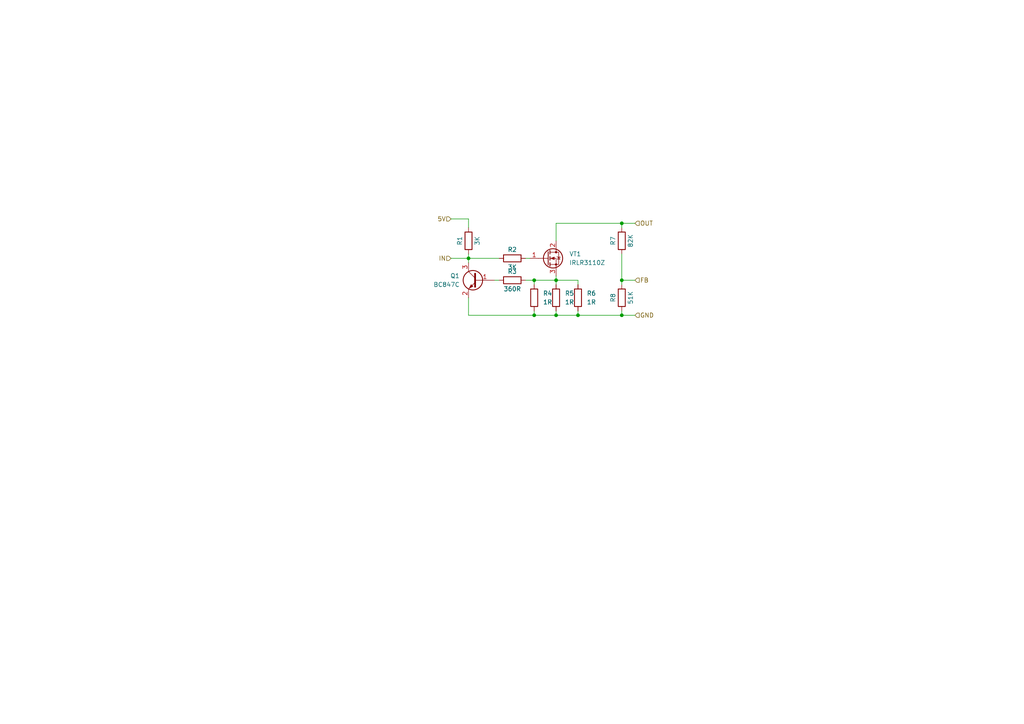
<source format=kicad_sch>
(kicad_sch (version 20211123) (generator eeschema)
  (paper "A4")
  (lib_symbols
    (symbol "Device:R" (pin_numbers hide) (pin_names (offset 0))
      (property "Reference" "R" (at 2.032 0 90))
      (property "Value" "R" (at 0 0 90))
      (symbol "R_0_1"
        (rectangle (start -1.016 -2.54) (end 1.016 2.54) (stroke (width 0.254)))
      )
      (symbol "R_1_1"
        (pin passive line (at 0 3.81 270) (length 1.27) (name "~") (number "1"))
        (pin passive line (at 0 -3.81 90) (length 1.27) (name "~") (number "2"))
      )
    )
    (symbol "Transistor_BJT:BC847" (pin_names (offset 0) hide)
      (property "Reference" "Q" (at 5.08 1.905 0))
      (property "Value" "BC847" (at 5.08 0 0))
      (symbol "BC847_0_1"
        (polyline (pts (xy 0.635 0.635) (xy 2.54 2.54)))
        (polyline (pts (xy 0.635 -0.635) (xy 2.54 -2.54) (xy 2.54 -2.54)))
        (polyline (pts (xy 0.635 1.905) (xy 0.635 -1.905) (xy 0.635 -1.905)) (stroke (width 0.508)))
        (polyline (pts (xy 1.27 -1.778) (xy 1.778 -1.27) (xy 2.286 -2.286) (xy 1.27 -1.778) (xy 1.27 -1.778)) (fill (type outline)))
        (circle (center 1.27 0) (radius 2.8194) (stroke (width 0.254)))
      )
      (symbol "BC847_1_1"
        (pin input line (at -5.08 0 0) (length 5.715) (name "B") (number "1"))
        (pin passive line (at 2.54 -5.08 90) (length 2.54) (name "E") (number "2"))
        (pin passive line (at 2.54 5.08 270) (length 2.54) (name "C") (number "3"))
      )
    )
    (symbol "Transistor_FET:IRFS4115" (pin_names hide)
      (property "Reference" "Q" (at 5.08 1.905 0))
      (property "Value" "IRFS4115" (at 5.08 0 0))
      (symbol "IRFS4115_0_1"
        (polyline (pts (xy 0.254 0) (xy -2.54 0)))
        (polyline (pts (xy 0.254 1.905) (xy 0.254 -1.905)) (stroke (width 0.254)))
        (polyline (pts (xy 0.762 -1.27) (xy 0.762 -2.286)) (stroke (width 0.254)))
        (polyline (pts (xy 0.762 0.508) (xy 0.762 -0.508)) (stroke (width 0.254)))
        (polyline (pts (xy 0.762 2.286) (xy 0.762 1.27)) (stroke (width 0.254)))
        (polyline (pts (xy 2.54 2.54) (xy 2.54 1.778)))
        (polyline (pts (xy 2.54 -2.54) (xy 2.54 0) (xy 0.762 0)))
        (polyline (pts (xy 0.762 -1.778) (xy 3.302 -1.778) (xy 3.302 1.778) (xy 0.762 1.778)))
        (polyline (pts (xy 1.016 0) (xy 2.032 0.381) (xy 2.032 -0.381) (xy 1.016 0)) (fill (type outline)))
        (polyline (pts (xy 2.794 0.508) (xy 2.921 0.381) (xy 3.683 0.381) (xy 3.81 0.254)))
        (polyline (pts (xy 3.302 0.381) (xy 2.921 -0.254) (xy 3.683 -0.254) (xy 3.302 0.381)))
        (circle (center 1.651 0) (radius 2.794) (stroke (width 0.254)))
        (circle (center 2.54 -1.778) (radius 0.254) (fill (type outline)))
        (circle (center 2.54 1.778) (radius 0.254) (fill (type outline)))
      )
      (symbol "IRFS4115_1_1"
        (pin passive line (at -5.08 0 0) (length 2.54) (name "G") (number "1"))
        (pin passive line (at 2.54 5.08 270) (length 2.54) (name "D") (number "2"))
        (pin passive line (at 2.54 -5.08 90) (length 2.54) (name "S") (number "3"))
      )
    )
  )
  (junction (at 180.34 81.28))
  (junction (at 167.64 91.44))
  (junction (at 161.29 81.28))
  (junction (at 154.94 81.28))
  (junction (at 180.34 91.44))
  (junction (at 180.34 64.77))
  (junction (at 135.89 74.93))
  (junction (at 154.94 91.44))
  (junction (at 161.29 91.44))
  (wire (pts (xy 154.94 90.17) (xy 154.94 91.44)))
  (wire (pts (xy 154.94 91.44) (xy 161.29 91.44)))
  (wire (pts (xy 161.29 91.44) (xy 161.29 90.17)))
  (wire (pts (xy 154.94 82.55) (xy 154.94 81.28)))
  (wire (pts (xy 161.29 81.28) (xy 161.29 80.01)))
  (wire (pts (xy 167.64 81.28) (xy 161.29 81.28)))
  (wire (pts (xy 135.89 86.36) (xy 135.89 91.44)))
  (wire (pts (xy 135.89 63.5) (xy 135.89 66.04)))
  (wire (pts (xy 167.64 91.44) (xy 161.29 91.44)))
  (wire (pts (xy 135.89 74.93) (xy 144.78 74.93)))
  (wire (pts (xy 180.34 81.28) (xy 180.34 82.55)))
  (wire (pts (xy 180.34 73.66) (xy 180.34 81.28)))
  (wire (pts (xy 135.89 76.2) (xy 135.89 74.93)))
  (wire (pts (xy 180.34 81.28) (xy 184.15 81.28)))
  (wire (pts (xy 161.29 64.77) (xy 161.29 69.85)))
  (wire (pts (xy 152.4 74.93) (xy 153.67 74.93)))
  (wire (pts (xy 167.64 91.44) (xy 180.34 91.44)))
  (wire (pts (xy 135.89 73.66) (xy 135.89 74.93)))
  (wire (pts (xy 161.29 81.28) (xy 161.29 82.55)))
  (wire (pts (xy 154.94 81.28) (xy 161.29 81.28)))
  (wire (pts (xy 180.34 64.77) (xy 180.34 66.04)))
  (wire (pts (xy 130.81 63.5) (xy 135.89 63.5)))
  (wire (pts (xy 184.15 64.77) (xy 180.34 64.77)))
  (wire (pts (xy 135.89 91.44) (xy 154.94 91.44)))
  (wire (pts (xy 180.34 90.17) (xy 180.34 91.44)))
  (wire (pts (xy 167.64 82.55) (xy 167.64 81.28)))
  (wire (pts (xy 143.51 81.28) (xy 144.78 81.28)))
  (wire (pts (xy 180.34 64.77) (xy 161.29 64.77)))
  (wire (pts (xy 152.4 81.28) (xy 154.94 81.28)))
  (wire (pts (xy 130.81 74.93) (xy 135.89 74.93)))
  (wire (pts (xy 180.34 91.44) (xy 184.15 91.44)))
  (wire (pts (xy 167.64 90.17) (xy 167.64 91.44)))
  (hierarchical_label "IN" (shape input) (at 130.81 74.93 180))
  (hierarchical_label "OUT" (shape input) (at 184.15 64.77 0))
  (hierarchical_label "5V" (shape input) (at 130.81 63.5 180))
  (hierarchical_label "FB" (shape input) (at 184.15 81.28 0))
  (hierarchical_label "GND" (shape input) (at 184.15 91.44 0))
  (symbol (lib_id "Device:R") (at 161.29 86.36 0) (unit 1)
    (property "Reference" "R5" (at 163.83 85.0899 0) (effects (justify left)))
    (property "Value" "1R" (at 163.83 87.6299 0) (effects (justify left)))
    (property "Footprint" "Resistor_SMD:R_1206_3216Metric" (effects hide))
  )
  (symbol (lib_id "Transistor_FET:IRFS4115") (at 158.75 74.93 0) (unit 1)
    (property "Reference" "VT1" (at 165.1 73.6599 0) (effects (justify left)))
    (property "Value" "IRLR3110Z" (at 165.1 76.1999 0) (effects (justify left)))
    (property "Footprint" "Package_TO_SOT_SMD:TO-263-2" (effects hide))
    (property "Datasheet" "https://www.infineon.com/dgdl/irfs4115pbf.pdf?fileId=5546d462533600a401535636e5d2218f" (effects hide))
  )
  (symbol (lib_id "Transistor_BJT:BC847") (at 138.43 81.28 0) (mirror y) (unit 1)
    (property "Reference" "Q1" (at 133.35 80.0099 0) (effects (justify left)))
    (property "Value" "BC847C" (at 133.35 82.5499 0) (effects (justify left)))
    (property "Footprint" "Package_TO_SOT_SMD:SOT-23" (effects hide))
    (property "Datasheet" "http://www.infineon.com/dgdl/Infineon-BC847SERIES_BC848SERIES_BC849SERIES_BC850SERIES-DS-v01_01-en.pdf?fileId=db3a304314dca389011541d4630a1657" (effects hide))
  )
  (symbol (lib_id "Device:R") (at 148.59 74.93 90) (unit 1)
    (property "Reference" "R2" (at 148.59 72.39 90))
    (property "Value" "3K" (at 148.59 77.47 90))
    (property "Footprint" "Resistor_SMD:R_0603_1608Metric" (effects hide))
  )
  (symbol (lib_id "Device:R") (at 180.34 86.36 180) (unit 1)
    (property "Reference" "R8" (at 177.8 86.36 90))
    (property "Value" "51K" (at 182.88 86.36 90))
    (property "Footprint" "Resistor_SMD:R_0603_1608Metric" (effects hide))
  )
  (symbol (lib_id "Device:R") (at 135.89 69.85 180) (unit 1)
    (property "Reference" "R1" (at 133.35 69.85 90))
    (property "Value" "3K" (at 138.43 69.85 90))
    (property "Footprint" "Resistor_SMD:R_0603_1608Metric" (effects hide))
  )
  (symbol (lib_id "Device:R") (at 154.94 86.36 0) (unit 1)
    (property "Reference" "R4" (at 157.48 85.0899 0) (effects (justify left)))
    (property "Value" "1R" (at 157.48 87.6299 0) (effects (justify left)))
    (property "Footprint" "Resistor_SMD:R_1206_3216Metric" (effects hide))
  )
  (symbol (lib_id "Device:R") (at 148.59 81.28 90) (unit 1)
    (property "Reference" "R3" (at 148.59 78.74 90))
    (property "Value" "360R" (at 148.59 83.82 90))
    (property "Footprint" "Resistor_SMD:R_0603_1608Metric" (effects hide))
  )
  (symbol (lib_id "Device:R") (at 180.34 69.85 180) (unit 1)
    (property "Reference" "R7" (at 177.8 69.85 90))
    (property "Value" "82K" (at 182.88 69.85 90))
    (property "Footprint" "Resistor_SMD:R_0805_2012Metric" (effects hide))
  )
  (symbol (lib_id "Device:R") (at 167.64 86.36 0) (unit 1)
    (property "Reference" "R6" (at 170.18 85.0899 0) (effects (justify left)))
    (property "Value" "1R" (at 170.18 87.6299 0) (effects (justify left)))
    (property "Footprint" "Resistor_SMD:R_1206_3216Metric" (effects hide))
  )
)
</source>
